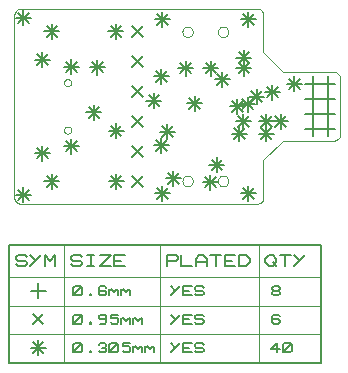
<source format=gbr>
G04 PROTEUS RS274X GERBER FILE*
%FSLAX45Y45*%
%MOMM*%
G01*
%ADD30C,0.127000*%
%ADD29C,0.025400*%
%ADD65C,0.063500*%
D30*
X+76200Y+12700D02*
X+76200Y-114300D01*
X+12700Y-50800D02*
X+139700Y-50800D01*
X+31299Y-5899D02*
X+121101Y-95701D01*
X+31299Y-95701D02*
X+121101Y-5899D01*
X+584200Y+113500D02*
X+584200Y-13500D01*
X+520700Y+50000D02*
X+647700Y+50000D01*
X+539299Y+94901D02*
X+629101Y+5099D01*
X+539299Y+5099D02*
X+629101Y+94901D01*
X+646450Y-266700D02*
X+646450Y-393700D01*
X+582950Y-330200D02*
X+709950Y-330200D01*
X+601549Y-285299D02*
X+691351Y-375101D01*
X+601549Y-375101D02*
X+691351Y-285299D01*
X+264140Y-143050D02*
X+264140Y-270050D01*
X+200640Y-206550D02*
X+327640Y-206550D01*
X+219239Y-161649D02*
X+309041Y-251451D01*
X+219239Y-251451D02*
X+309041Y-161649D01*
X+1289050Y+63500D02*
X+1289050Y-63500D01*
X+1225550Y+0D02*
X+1352550Y+0D01*
X+1244149Y+44901D02*
X+1333951Y-44901D01*
X+1244149Y-44901D02*
X+1333951Y+44901D01*
X+1346200Y+476250D02*
X+1346200Y+349250D01*
X+1282700Y+412750D02*
X+1409700Y+412750D01*
X+1301299Y+457651D02*
X+1391101Y+367849D01*
X+1301299Y+367849D02*
X+1391101Y+457651D01*
X+264140Y-571040D02*
X+264140Y-698040D01*
X+200640Y-634540D02*
X+327640Y-634540D01*
X+219239Y-589639D02*
X+309041Y-679441D01*
X+219239Y-679441D02*
X+309041Y-589639D01*
X-279320Y+698960D02*
X-279320Y+571960D01*
X-342820Y+635460D02*
X-215820Y+635460D01*
X-324221Y+680361D02*
X-234419Y+590559D01*
X-324221Y+590559D02*
X-234419Y+680361D01*
X-279320Y-571040D02*
X-279320Y-698040D01*
X-342820Y-634540D02*
X-215820Y-634540D01*
X-324221Y-589639D02*
X-234419Y-679441D01*
X-324221Y-679441D02*
X-234419Y-589639D01*
X+853500Y+388350D02*
X+853500Y+261350D01*
X+790000Y+324850D02*
X+917000Y+324850D01*
X+808599Y+369751D02*
X+898401Y+279949D01*
X+808599Y+279949D02*
X+898401Y+369751D01*
X-116600Y-271500D02*
X-116600Y-398500D01*
X-180100Y-335000D02*
X-53100Y-335000D01*
X-161501Y-290099D02*
X-71699Y-379901D01*
X-161501Y-379901D02*
X-71699Y-290099D01*
X+1533100Y-167900D02*
X+1533100Y-294900D01*
X+1469600Y-231400D02*
X+1596600Y-231400D01*
X+1488199Y-186499D02*
X+1578001Y-276301D01*
X+1488199Y-276301D02*
X+1578001Y-186499D01*
X+749300Y-546100D02*
X+749300Y-673100D01*
X+685800Y-609600D02*
X+812800Y-609600D01*
X+704399Y-564699D02*
X+794201Y-654501D01*
X+704399Y-654501D02*
X+794201Y-564699D01*
X+1060450Y-577850D02*
X+1060450Y-704850D01*
X+996950Y-641350D02*
X+1123950Y-641350D01*
X+1015549Y-596449D02*
X+1105351Y-686251D01*
X+1015549Y-686251D02*
X+1105351Y-596449D01*
X+698500Y-150800D02*
X+698500Y-277800D01*
X+635000Y-214300D02*
X+762000Y-214300D01*
X+653599Y-169399D02*
X+743401Y-259201D01*
X+653599Y-259201D02*
X+743401Y-169399D01*
X+654300Y-673100D02*
X+654300Y-800100D01*
X+590800Y-736600D02*
X+717800Y-736600D01*
X+609399Y-691699D02*
X+699201Y-781501D01*
X+609399Y-781501D02*
X+699201Y-691699D01*
X+1377950Y+82550D02*
X+1377950Y-44450D01*
X+1314450Y+19050D02*
X+1441450Y+19050D01*
X+1333049Y+63951D02*
X+1422851Y-25851D01*
X+1333049Y-25851D02*
X+1422851Y+63951D01*
X+1454150Y+146050D02*
X+1454150Y+19050D01*
X+1390650Y+82550D02*
X+1517650Y+82550D01*
X+1409249Y+127451D02*
X+1499051Y+37649D01*
X+1409249Y+37649D02*
X+1499051Y+127451D01*
X+1587500Y+184150D02*
X+1587500Y+57150D01*
X+1524000Y+120650D02*
X+1651000Y+120650D01*
X+1542599Y+165551D02*
X+1632401Y+75749D01*
X+1542599Y+75749D02*
X+1632401Y+165551D01*
X+1339850Y-63500D02*
X+1339850Y-190500D01*
X+1276350Y-127000D02*
X+1403350Y-127000D01*
X+1294949Y-82099D02*
X+1384751Y-171901D01*
X+1294949Y-171901D02*
X+1384751Y-82099D01*
X+1771650Y+254000D02*
X+1771650Y+127000D01*
X+1708150Y+190500D02*
X+1835150Y+190500D01*
X+1726749Y+235401D02*
X+1816551Y+145599D01*
X+1726749Y+145599D02*
X+1816551Y+235401D01*
X+1657350Y-63501D02*
X+1657350Y-190501D01*
X+1593850Y-127001D02*
X+1720850Y-127001D01*
X+1612449Y-82100D02*
X+1702251Y-171902D01*
X+1612449Y-171902D02*
X+1702251Y-82100D01*
X+1346200Y+387350D02*
X+1346200Y+260350D01*
X+1282700Y+323850D02*
X+1409700Y+323850D01*
X+1301299Y+368751D02*
X+1391101Y+278949D01*
X+1301299Y+278949D02*
X+1391101Y+368751D01*
X+1066800Y+387350D02*
X+1066800Y+260350D01*
X+1003300Y+323850D02*
X+1130300Y+323850D01*
X+1021899Y+368751D02*
X+1111701Y+278949D01*
X+1021899Y+278949D02*
X+1111701Y+368751D01*
X+647700Y+317500D02*
X+647700Y+190500D01*
X+584200Y+254000D02*
X+711200Y+254000D01*
X+602799Y+298901D02*
X+692601Y+209099D01*
X+602799Y+209099D02*
X+692601Y+298901D01*
X+1162050Y+292100D02*
X+1162050Y+165100D01*
X+1098550Y+228600D02*
X+1225550Y+228600D01*
X+1117149Y+273501D02*
X+1206951Y+183699D01*
X+1117149Y+183699D02*
X+1206951Y+273501D01*
X+1308100Y-167900D02*
X+1308100Y-294900D01*
X+1244600Y-231400D02*
X+1371600Y-231400D01*
X+1263199Y-186499D02*
X+1353001Y-276301D01*
X+1263199Y-276301D02*
X+1353001Y-186499D01*
X+261680Y+698960D02*
X+261680Y+571960D01*
X+198180Y+635460D02*
X+325180Y+635460D01*
X+216779Y+680361D02*
X+306581Y+590559D01*
X+216779Y+590559D02*
X+306581Y+680361D01*
X+928500Y+88500D02*
X+928500Y-38500D01*
X+865000Y+25000D02*
X+992000Y+25000D01*
X+883599Y+69901D02*
X+973401Y-19901D01*
X+883599Y-19901D02*
X+973401Y+69901D01*
X+1536700Y-63501D02*
X+1536700Y-190501D01*
X+1473200Y-127001D02*
X+1600200Y-127001D01*
X+1491799Y-82100D02*
X+1581601Y-171902D01*
X+1491799Y-171902D02*
X+1581601Y-82100D01*
X+1117600Y-431801D02*
X+1117600Y-558801D01*
X+1054100Y-495301D02*
X+1181100Y-495301D01*
X+1072699Y-450400D02*
X+1162501Y-540202D01*
X+1072699Y-540202D02*
X+1162501Y-450400D01*
X+1384300Y-673100D02*
X+1384300Y-800100D01*
X+1320800Y-736600D02*
X+1447800Y-736600D01*
X+1339399Y-691699D02*
X+1429201Y-781501D01*
X+1339399Y-781501D02*
X+1429201Y-691699D01*
X-361600Y-331500D02*
X-361600Y-458500D01*
X-425100Y-395000D02*
X-298100Y-395000D01*
X-406501Y-350099D02*
X-316699Y-439901D01*
X-406501Y-439901D02*
X-316699Y-350099D01*
X-361600Y+458500D02*
X-361600Y+331500D01*
X-425100Y+395000D02*
X-298100Y+395000D01*
X-406501Y+439901D02*
X-316699Y+350099D01*
X-406501Y+350099D02*
X-316699Y+439901D01*
X+104140Y+396700D02*
X+104140Y+269700D01*
X+40640Y+333200D02*
X+167640Y+333200D01*
X+59239Y+378101D02*
X+149041Y+288299D01*
X+59239Y+288299D02*
X+149041Y+378101D01*
X-520700Y-685800D02*
X-520700Y-812800D01*
X-584200Y-749300D02*
X-457200Y-749300D01*
X-565601Y-704399D02*
X-475799Y-794201D01*
X-565601Y-794201D02*
X-475799Y-704399D01*
X+1384300Y+800100D02*
X+1384300Y+673100D01*
X+1320800Y+736600D02*
X+1447800Y+736600D01*
X+1339399Y+781501D02*
X+1429201Y+691699D01*
X+1339399Y+691699D02*
X+1429201Y+781501D01*
X+654300Y+800100D02*
X+654300Y+673100D01*
X+590800Y+736600D02*
X+717800Y+736600D01*
X+609399Y+781501D02*
X+699201Y+691699D01*
X+609399Y+691699D02*
X+699201Y+781501D01*
X-116600Y+398500D02*
X-116600Y+271500D01*
X-180100Y+335000D02*
X-53100Y+335000D01*
X-161501Y+379901D02*
X-71699Y+290099D01*
X-161501Y+290099D02*
X-71699Y+379901D01*
X-520700Y+812800D02*
X-520700Y+685800D01*
X-584200Y+749300D02*
X-457200Y+749300D01*
X-565601Y+794201D02*
X-475799Y+704399D01*
X-565601Y+704399D02*
X-475799Y+794201D01*
X+399599Y+679901D02*
X+489401Y+590099D01*
X+399599Y+590099D02*
X+489401Y+679901D01*
X+399599Y+425901D02*
X+489401Y+336099D01*
X+399599Y+336099D02*
X+489401Y+425901D01*
X+399599Y+171901D02*
X+489401Y+82099D01*
X+399599Y+82099D02*
X+489401Y+171901D01*
X+399599Y-82099D02*
X+489401Y-171901D01*
X+399599Y-171901D02*
X+489401Y-82099D01*
X+399599Y-336099D02*
X+489401Y-425901D01*
X+399599Y-425901D02*
X+489401Y-336099D01*
X+399599Y-590099D02*
X+489401Y-679901D01*
X+399599Y-679901D02*
X+489401Y-590099D01*
X+1930400Y-127000D02*
X+1930400Y-254000D01*
X+1866900Y-190500D02*
X+1993900Y-190500D01*
X+2057400Y-127000D02*
X+2057400Y-254000D01*
X+1993900Y-190500D02*
X+2120900Y-190500D01*
X+1930400Y+0D02*
X+1930400Y-127000D01*
X+1866900Y-63500D02*
X+1993900Y-63500D01*
X+2057400Y+0D02*
X+2057400Y-127000D01*
X+1993900Y-63500D02*
X+2120900Y-63500D01*
X+1930400Y+127000D02*
X+1930400Y+0D01*
X+1866900Y+63500D02*
X+1993900Y+63500D01*
X+2057400Y+127000D02*
X+2057400Y+0D01*
X+1993900Y+63500D02*
X+2120900Y+63500D01*
X+1930400Y+254000D02*
X+1930400Y+127000D01*
X+1866900Y+190500D02*
X+1993900Y+190500D01*
X+2057400Y+254000D02*
X+2057400Y+127000D01*
X+1993900Y+190500D02*
X+2120900Y+190500D01*
D29*
X-116600Y-200000D02*
X-116703Y-197511D01*
X-117545Y-192531D01*
X-119305Y-187551D01*
X-122182Y-182571D01*
X-126583Y-177655D01*
X-131563Y-174041D01*
X-136543Y-171736D01*
X-141523Y-170433D01*
X-146503Y-170000D01*
X-146600Y-170000D01*
X-176600Y-200000D02*
X-176497Y-197511D01*
X-175655Y-192531D01*
X-173895Y-187551D01*
X-171018Y-182571D01*
X-166617Y-177655D01*
X-161637Y-174041D01*
X-156657Y-171736D01*
X-151677Y-170433D01*
X-146697Y-170000D01*
X-146600Y-170000D01*
X-176600Y-200000D02*
X-176497Y-202489D01*
X-175655Y-207469D01*
X-173895Y-212449D01*
X-171018Y-217429D01*
X-166617Y-222345D01*
X-161637Y-225959D01*
X-156657Y-228264D01*
X-151677Y-229567D01*
X-146697Y-230000D01*
X-146600Y-230000D01*
X-116600Y-200000D02*
X-116703Y-202489D01*
X-117545Y-207469D01*
X-119305Y-212449D01*
X-122182Y-217429D01*
X-126583Y-222345D01*
X-131563Y-225959D01*
X-136543Y-228264D01*
X-141523Y-229567D01*
X-146503Y-230000D01*
X-146600Y-230000D01*
X-116600Y+200000D02*
X-116703Y+202489D01*
X-117545Y+207469D01*
X-119305Y+212449D01*
X-122182Y+217429D01*
X-126583Y+222345D01*
X-131563Y+225959D01*
X-136543Y+228264D01*
X-141523Y+229567D01*
X-146503Y+230000D01*
X-146600Y+230000D01*
X-176600Y+200000D02*
X-176497Y+202489D01*
X-175655Y+207469D01*
X-173895Y+212449D01*
X-171018Y+217429D01*
X-166617Y+222345D01*
X-161637Y+225959D01*
X-156657Y+228264D01*
X-151677Y+229567D01*
X-146697Y+230000D01*
X-146600Y+230000D01*
X-176600Y+200000D02*
X-176497Y+197511D01*
X-175655Y+192531D01*
X-173895Y+187551D01*
X-171018Y+182571D01*
X-166617Y+177655D01*
X-161637Y+174041D01*
X-156657Y+171736D01*
X-151677Y+170433D01*
X-146697Y+170000D01*
X-146600Y+170000D01*
X-116600Y+200000D02*
X-116703Y+197511D01*
X-117545Y+192531D01*
X-119305Y+187551D01*
X-122182Y+182571D01*
X-126583Y+177655D01*
X-131563Y+174041D01*
X-136543Y+171736D01*
X-141523Y+170433D01*
X-146503Y+170000D01*
X-146600Y+170000D01*
X-596900Y-774700D02*
X-596900Y+774700D01*
X-546100Y+825500D02*
X+1460500Y+825500D01*
X-596900Y+774700D02*
X-592981Y+794693D01*
X-582216Y+810816D01*
X-566093Y+821581D01*
X-546100Y+825500D01*
X-546100Y-825500D02*
X-566093Y-821581D01*
X-582216Y-810816D01*
X-592981Y-794693D01*
X-596900Y-774700D01*
X-546100Y-825500D02*
X+1460500Y-825500D01*
X+914300Y-631600D02*
X+914145Y-627873D01*
X+912889Y-620418D01*
X+910259Y-612963D01*
X+905963Y-605508D01*
X+899393Y-598142D01*
X+891938Y-592709D01*
X+884483Y-589239D01*
X+877028Y-587269D01*
X+869573Y-586601D01*
X+869300Y-586600D01*
X+824300Y-631600D02*
X+824455Y-627873D01*
X+825711Y-620418D01*
X+828341Y-612963D01*
X+832637Y-605508D01*
X+839207Y-598142D01*
X+846662Y-592709D01*
X+854117Y-589239D01*
X+861572Y-587269D01*
X+869027Y-586601D01*
X+869300Y-586600D01*
X+824300Y-631600D02*
X+824455Y-635327D01*
X+825711Y-642782D01*
X+828341Y-650237D01*
X+832637Y-657692D01*
X+839207Y-665058D01*
X+846662Y-670491D01*
X+854117Y-673961D01*
X+861572Y-675931D01*
X+869027Y-676599D01*
X+869300Y-676600D01*
X+914300Y-631600D02*
X+914145Y-635327D01*
X+912889Y-642782D01*
X+910259Y-650237D01*
X+905963Y-657692D01*
X+899393Y-665058D01*
X+891938Y-670491D01*
X+884483Y-673961D01*
X+877028Y-675931D01*
X+869573Y-676599D01*
X+869300Y-676600D01*
X+1214300Y-631600D02*
X+1214145Y-627873D01*
X+1212889Y-620418D01*
X+1210259Y-612963D01*
X+1205963Y-605508D01*
X+1199393Y-598142D01*
X+1191938Y-592709D01*
X+1184483Y-589239D01*
X+1177028Y-587269D01*
X+1169573Y-586601D01*
X+1169300Y-586600D01*
X+1124300Y-631600D02*
X+1124455Y-627873D01*
X+1125711Y-620418D01*
X+1128341Y-612963D01*
X+1132637Y-605508D01*
X+1139207Y-598142D01*
X+1146662Y-592709D01*
X+1154117Y-589239D01*
X+1161572Y-587269D01*
X+1169027Y-586601D01*
X+1169300Y-586600D01*
X+1124300Y-631600D02*
X+1124455Y-635327D01*
X+1125711Y-642782D01*
X+1128341Y-650237D01*
X+1132637Y-657692D01*
X+1139207Y-665058D01*
X+1146662Y-670491D01*
X+1154117Y-673961D01*
X+1161572Y-675931D01*
X+1169027Y-676599D01*
X+1169300Y-676600D01*
X+1214300Y-631600D02*
X+1214145Y-635327D01*
X+1212889Y-642782D01*
X+1210259Y-650237D01*
X+1205963Y-657692D01*
X+1199393Y-665058D01*
X+1191938Y-670491D01*
X+1184483Y-673961D01*
X+1177028Y-675931D01*
X+1169573Y-676599D01*
X+1169300Y-676600D01*
X+914300Y+631600D02*
X+914145Y+635327D01*
X+912889Y+642782D01*
X+910259Y+650237D01*
X+905963Y+657692D01*
X+899393Y+665058D01*
X+891938Y+670491D01*
X+884483Y+673961D01*
X+877028Y+675931D01*
X+869573Y+676599D01*
X+869300Y+676600D01*
X+824300Y+631600D02*
X+824455Y+635327D01*
X+825711Y+642782D01*
X+828341Y+650237D01*
X+832637Y+657692D01*
X+839207Y+665058D01*
X+846662Y+670491D01*
X+854117Y+673961D01*
X+861572Y+675931D01*
X+869027Y+676599D01*
X+869300Y+676600D01*
X+824300Y+631600D02*
X+824455Y+627873D01*
X+825711Y+620418D01*
X+828341Y+612963D01*
X+832637Y+605508D01*
X+839207Y+598142D01*
X+846662Y+592709D01*
X+854117Y+589239D01*
X+861572Y+587269D01*
X+869027Y+586601D01*
X+869300Y+586600D01*
X+914300Y+631600D02*
X+914145Y+627873D01*
X+912889Y+620418D01*
X+910259Y+612963D01*
X+905963Y+605508D01*
X+899393Y+598142D01*
X+891938Y+592709D01*
X+884483Y+589239D01*
X+877028Y+587269D01*
X+869573Y+586601D01*
X+869300Y+586600D01*
X+1214300Y+631600D02*
X+1214145Y+635327D01*
X+1212889Y+642782D01*
X+1210259Y+650237D01*
X+1205963Y+657692D01*
X+1199393Y+665058D01*
X+1191938Y+670491D01*
X+1184483Y+673961D01*
X+1177028Y+675931D01*
X+1169573Y+676599D01*
X+1169300Y+676600D01*
X+1124300Y+631600D02*
X+1124455Y+635327D01*
X+1125711Y+642782D01*
X+1128341Y+650237D01*
X+1132637Y+657692D01*
X+1139207Y+665058D01*
X+1146662Y+670491D01*
X+1154117Y+673961D01*
X+1161572Y+675931D01*
X+1169027Y+676599D01*
X+1169300Y+676600D01*
X+1124300Y+631600D02*
X+1124455Y+627873D01*
X+1125711Y+620418D01*
X+1128341Y+612963D01*
X+1132637Y+605508D01*
X+1139207Y+598142D01*
X+1146662Y+592709D01*
X+1154117Y+589239D01*
X+1161572Y+587269D01*
X+1169027Y+586601D01*
X+1169300Y+586600D01*
X+1214300Y+631600D02*
X+1214145Y+627873D01*
X+1212889Y+620418D01*
X+1210259Y+612963D01*
X+1205963Y+605508D01*
X+1199393Y+598142D01*
X+1191938Y+592709D01*
X+1184483Y+589239D01*
X+1177028Y+587269D01*
X+1169573Y+586601D01*
X+1169300Y+586600D01*
X+2159000Y-241300D02*
X+2155081Y-261293D01*
X+2144316Y-277416D01*
X+2128193Y-288181D01*
X+2108200Y-292100D01*
X+2108200Y+292100D02*
X+2128193Y+288181D01*
X+2144316Y+277416D01*
X+2155081Y+261293D01*
X+2159000Y+241300D01*
X+2159000Y-241300D01*
X+2108200Y-292100D02*
X+1676400Y-292100D01*
X+1511300Y-457200D01*
X+1511300Y-774700D02*
X+1507381Y-794693D01*
X+1496616Y-810816D01*
X+1480493Y-821581D01*
X+1460500Y-825500D01*
X+1511300Y-774700D02*
X+1511300Y-457200D01*
X+1460500Y+825501D02*
X+1480493Y+821582D01*
X+1496616Y+810817D01*
X+1507381Y+794694D01*
X+1511300Y+774701D01*
X+1676400Y+292100D02*
X+1511300Y+457200D01*
X+2108200Y+292100D02*
X+1676400Y+292100D01*
X+1511300Y+457200D02*
X+1511300Y+774700D01*
D30*
X-642870Y-2175250D02*
X+2001270Y-2175250D01*
X+2001270Y-1171950D01*
X-642870Y-1171950D01*
X-642870Y-2175250D01*
D65*
X-175508Y-1171950D02*
X-175508Y-2175250D01*
X+637292Y-1171950D02*
X+637292Y-2175250D01*
X+1470412Y-1171950D02*
X+1470412Y-2175250D01*
X-642870Y-1445000D02*
X+2001270Y-1445000D01*
X-642870Y-1686300D02*
X+2001270Y-1686300D01*
X-642870Y-1927600D02*
X+2001270Y-1927600D01*
D30*
X-585720Y-1335780D02*
X-570480Y-1351020D01*
X-509520Y-1351020D01*
X-494280Y-1335780D01*
X-494280Y-1320540D01*
X-509520Y-1305300D01*
X-570480Y-1305300D01*
X-585720Y-1290060D01*
X-585720Y-1274820D01*
X-570480Y-1259580D01*
X-509520Y-1259580D01*
X-494280Y-1274820D01*
X-372360Y-1259580D02*
X-463800Y-1351020D01*
X-463800Y-1259580D02*
X-418080Y-1305300D01*
X-341880Y-1351020D02*
X-341880Y-1259580D01*
X-296160Y-1305300D01*
X-250440Y-1259580D01*
X-250440Y-1351020D01*
X-118360Y-1335780D02*
X-103120Y-1351020D01*
X-42160Y-1351020D01*
X-26920Y-1335780D01*
X-26920Y-1320540D01*
X-42160Y-1305300D01*
X-103120Y-1305300D01*
X-118360Y-1290060D01*
X-118360Y-1274820D01*
X-103120Y-1259580D01*
X-42160Y-1259580D01*
X-26920Y-1274820D01*
X+18800Y-1259580D02*
X+79760Y-1259580D01*
X+49280Y-1259580D02*
X+49280Y-1351020D01*
X+18800Y-1351020D02*
X+79760Y-1351020D01*
X+125480Y-1259580D02*
X+216920Y-1259580D01*
X+125480Y-1351020D01*
X+216920Y-1351020D01*
X+338840Y-1351020D02*
X+247400Y-1351020D01*
X+247400Y-1259580D01*
X+338840Y-1259580D01*
X+247400Y-1305300D02*
X+308360Y-1305300D01*
X+694440Y-1351020D02*
X+694440Y-1259580D01*
X+770640Y-1259580D01*
X+785880Y-1274820D01*
X+785880Y-1290060D01*
X+770640Y-1305300D01*
X+694440Y-1305300D01*
X+816360Y-1259580D02*
X+816360Y-1351020D01*
X+907800Y-1351020D01*
X+938280Y-1351020D02*
X+938280Y-1290060D01*
X+968760Y-1259580D01*
X+999240Y-1259580D01*
X+1029720Y-1290060D01*
X+1029720Y-1351020D01*
X+938280Y-1320540D02*
X+1029720Y-1320540D01*
X+1060200Y-1259580D02*
X+1151640Y-1259580D01*
X+1105920Y-1259580D02*
X+1105920Y-1351020D01*
X+1273560Y-1351020D02*
X+1182120Y-1351020D01*
X+1182120Y-1259580D01*
X+1273560Y-1259580D01*
X+1182120Y-1305300D02*
X+1243080Y-1305300D01*
X+1304040Y-1351020D02*
X+1304040Y-1259580D01*
X+1365000Y-1259580D01*
X+1395480Y-1290060D01*
X+1395480Y-1320540D01*
X+1365000Y-1351020D01*
X+1304040Y-1351020D01*
X+1527560Y-1290060D02*
X+1558040Y-1259580D01*
X+1588520Y-1259580D01*
X+1619000Y-1290060D01*
X+1619000Y-1320540D01*
X+1588520Y-1351020D01*
X+1558040Y-1351020D01*
X+1527560Y-1320540D01*
X+1527560Y-1290060D01*
X+1588520Y-1320540D02*
X+1619000Y-1351020D01*
X+1649480Y-1259580D02*
X+1740920Y-1259580D01*
X+1695200Y-1259580D02*
X+1695200Y-1351020D01*
X+1862840Y-1259580D02*
X+1771400Y-1351020D01*
X+1771400Y-1259580D02*
X+1817120Y-1305300D01*
X-396490Y-1495800D02*
X-396490Y-1622800D01*
X-459990Y-1559300D02*
X-332990Y-1559300D01*
X-99310Y-1584700D02*
X-99310Y-1533900D01*
X-86610Y-1521200D01*
X-35810Y-1521200D01*
X-23110Y-1533900D01*
X-23110Y-1584700D01*
X-35810Y-1597400D01*
X-86610Y-1597400D01*
X-99310Y-1584700D01*
X-99310Y-1597400D02*
X-23110Y-1521200D01*
X+40390Y-1584700D02*
X+53090Y-1584700D01*
X+53090Y-1597400D01*
X+40390Y-1597400D01*
X+40390Y-1584700D01*
X+180090Y-1533900D02*
X+167390Y-1521200D01*
X+129290Y-1521200D01*
X+116590Y-1533900D01*
X+116590Y-1584700D01*
X+129290Y-1597400D01*
X+167390Y-1597400D01*
X+180090Y-1584700D01*
X+180090Y-1572000D01*
X+167390Y-1559300D01*
X+116590Y-1559300D01*
X+205490Y-1597400D02*
X+205490Y-1546600D01*
X+205490Y-1559300D02*
X+218190Y-1546600D01*
X+243590Y-1572000D01*
X+268990Y-1546600D01*
X+281690Y-1559300D01*
X+281690Y-1597400D01*
X+307090Y-1597400D02*
X+307090Y-1546600D01*
X+307090Y-1559300D02*
X+319790Y-1546600D01*
X+345190Y-1572000D01*
X+370590Y-1546600D01*
X+383290Y-1559300D01*
X+383290Y-1597400D01*
X+802390Y-1521200D02*
X+726190Y-1597400D01*
X+726190Y-1521200D02*
X+764290Y-1559300D01*
X+903990Y-1597400D02*
X+827790Y-1597400D01*
X+827790Y-1521200D01*
X+903990Y-1521200D01*
X+827790Y-1559300D02*
X+878590Y-1559300D01*
X+929390Y-1584700D02*
X+942090Y-1597400D01*
X+992890Y-1597400D01*
X+1005590Y-1584700D01*
X+1005590Y-1572000D01*
X+992890Y-1559300D01*
X+942090Y-1559300D01*
X+929390Y-1546600D01*
X+929390Y-1533900D01*
X+942090Y-1521200D01*
X+992890Y-1521200D01*
X+1005590Y-1533900D01*
X+1597410Y-1559300D02*
X+1584710Y-1546600D01*
X+1584710Y-1533900D01*
X+1597410Y-1521200D01*
X+1635510Y-1521200D01*
X+1648210Y-1533900D01*
X+1648210Y-1546600D01*
X+1635510Y-1559300D01*
X+1597410Y-1559300D01*
X+1584710Y-1572000D01*
X+1584710Y-1584700D01*
X+1597410Y-1597400D01*
X+1635510Y-1597400D01*
X+1648210Y-1584700D01*
X+1648210Y-1572000D01*
X+1635510Y-1559300D01*
X-441391Y-1755699D02*
X-351589Y-1845501D01*
X-441391Y-1845501D02*
X-351589Y-1755699D01*
X-99310Y-1826000D02*
X-99310Y-1775200D01*
X-86610Y-1762500D01*
X-35810Y-1762500D01*
X-23110Y-1775200D01*
X-23110Y-1826000D01*
X-35810Y-1838700D01*
X-86610Y-1838700D01*
X-99310Y-1826000D01*
X-99310Y-1838700D02*
X-23110Y-1762500D01*
X+40390Y-1826000D02*
X+53090Y-1826000D01*
X+53090Y-1838700D01*
X+40390Y-1838700D01*
X+40390Y-1826000D01*
X+180090Y-1787900D02*
X+167390Y-1800600D01*
X+129290Y-1800600D01*
X+116590Y-1787900D01*
X+116590Y-1775200D01*
X+129290Y-1762500D01*
X+167390Y-1762500D01*
X+180090Y-1775200D01*
X+180090Y-1826000D01*
X+167390Y-1838700D01*
X+129290Y-1838700D01*
X+281690Y-1762500D02*
X+218190Y-1762500D01*
X+218190Y-1787900D01*
X+268990Y-1787900D01*
X+281690Y-1800600D01*
X+281690Y-1826000D01*
X+268990Y-1838700D01*
X+230890Y-1838700D01*
X+218190Y-1826000D01*
X+307090Y-1838700D02*
X+307090Y-1787900D01*
X+307090Y-1800600D02*
X+319790Y-1787900D01*
X+345190Y-1813300D01*
X+370590Y-1787900D01*
X+383290Y-1800600D01*
X+383290Y-1838700D01*
X+408690Y-1838700D02*
X+408690Y-1787900D01*
X+408690Y-1800600D02*
X+421390Y-1787900D01*
X+446790Y-1813300D01*
X+472190Y-1787900D01*
X+484890Y-1800600D01*
X+484890Y-1838700D01*
X+802390Y-1762500D02*
X+726190Y-1838700D01*
X+726190Y-1762500D02*
X+764290Y-1800600D01*
X+903990Y-1838700D02*
X+827790Y-1838700D01*
X+827790Y-1762500D01*
X+903990Y-1762500D01*
X+827790Y-1800600D02*
X+878590Y-1800600D01*
X+929390Y-1826000D02*
X+942090Y-1838700D01*
X+992890Y-1838700D01*
X+1005590Y-1826000D01*
X+1005590Y-1813300D01*
X+992890Y-1800600D01*
X+942090Y-1800600D01*
X+929390Y-1787900D01*
X+929390Y-1775200D01*
X+942090Y-1762500D01*
X+992890Y-1762500D01*
X+1005590Y-1775200D01*
X+1648210Y-1775200D02*
X+1635510Y-1762500D01*
X+1597410Y-1762500D01*
X+1584710Y-1775200D01*
X+1584710Y-1826000D01*
X+1597410Y-1838700D01*
X+1635510Y-1838700D01*
X+1648210Y-1826000D01*
X+1648210Y-1813300D01*
X+1635510Y-1800600D01*
X+1584710Y-1800600D01*
X-396490Y-1978400D02*
X-396490Y-2105400D01*
X-459990Y-2041900D02*
X-332990Y-2041900D01*
X-441391Y-1996999D02*
X-351589Y-2086801D01*
X-441391Y-2086801D02*
X-351589Y-1996999D01*
X-99310Y-2067300D02*
X-99310Y-2016500D01*
X-86610Y-2003800D01*
X-35810Y-2003800D01*
X-23110Y-2016500D01*
X-23110Y-2067300D01*
X-35810Y-2080000D01*
X-86610Y-2080000D01*
X-99310Y-2067300D01*
X-99310Y-2080000D02*
X-23110Y-2003800D01*
X+40390Y-2067300D02*
X+53090Y-2067300D01*
X+53090Y-2080000D01*
X+40390Y-2080000D01*
X+40390Y-2067300D01*
X+116590Y-2016500D02*
X+129290Y-2003800D01*
X+167390Y-2003800D01*
X+180090Y-2016500D01*
X+180090Y-2029200D01*
X+167390Y-2041900D01*
X+180090Y-2054600D01*
X+180090Y-2067300D01*
X+167390Y-2080000D01*
X+129290Y-2080000D01*
X+116590Y-2067300D01*
X+141990Y-2041900D02*
X+167390Y-2041900D01*
X+205490Y-2067300D02*
X+205490Y-2016500D01*
X+218190Y-2003800D01*
X+268990Y-2003800D01*
X+281690Y-2016500D01*
X+281690Y-2067300D01*
X+268990Y-2080000D01*
X+218190Y-2080000D01*
X+205490Y-2067300D01*
X+205490Y-2080000D02*
X+281690Y-2003800D01*
X+383290Y-2003800D02*
X+319790Y-2003800D01*
X+319790Y-2029200D01*
X+370590Y-2029200D01*
X+383290Y-2041900D01*
X+383290Y-2067300D01*
X+370590Y-2080000D01*
X+332490Y-2080000D01*
X+319790Y-2067300D01*
X+408690Y-2080000D02*
X+408690Y-2029200D01*
X+408690Y-2041900D02*
X+421390Y-2029200D01*
X+446790Y-2054600D01*
X+472190Y-2029200D01*
X+484890Y-2041900D01*
X+484890Y-2080000D01*
X+510290Y-2080000D02*
X+510290Y-2029200D01*
X+510290Y-2041900D02*
X+522990Y-2029200D01*
X+548390Y-2054600D01*
X+573790Y-2029200D01*
X+586490Y-2041900D01*
X+586490Y-2080000D01*
X+802390Y-2003800D02*
X+726190Y-2080000D01*
X+726190Y-2003800D02*
X+764290Y-2041900D01*
X+903990Y-2080000D02*
X+827790Y-2080000D01*
X+827790Y-2003800D01*
X+903990Y-2003800D01*
X+827790Y-2041900D02*
X+878590Y-2041900D01*
X+929390Y-2067300D02*
X+942090Y-2080000D01*
X+992890Y-2080000D01*
X+1005590Y-2067300D01*
X+1005590Y-2054600D01*
X+992890Y-2041900D01*
X+942090Y-2041900D01*
X+929390Y-2029200D01*
X+929390Y-2016500D01*
X+942090Y-2003800D01*
X+992890Y-2003800D01*
X+1005590Y-2016500D01*
X+1648210Y-2054600D02*
X+1572010Y-2054600D01*
X+1622810Y-2003800D01*
X+1622810Y-2080000D01*
X+1673610Y-2067300D02*
X+1673610Y-2016500D01*
X+1686310Y-2003800D01*
X+1737110Y-2003800D01*
X+1749810Y-2016500D01*
X+1749810Y-2067300D01*
X+1737110Y-2080000D01*
X+1686310Y-2080000D01*
X+1673610Y-2067300D01*
X+1673610Y-2080000D02*
X+1749810Y-2003800D01*
M02*

</source>
